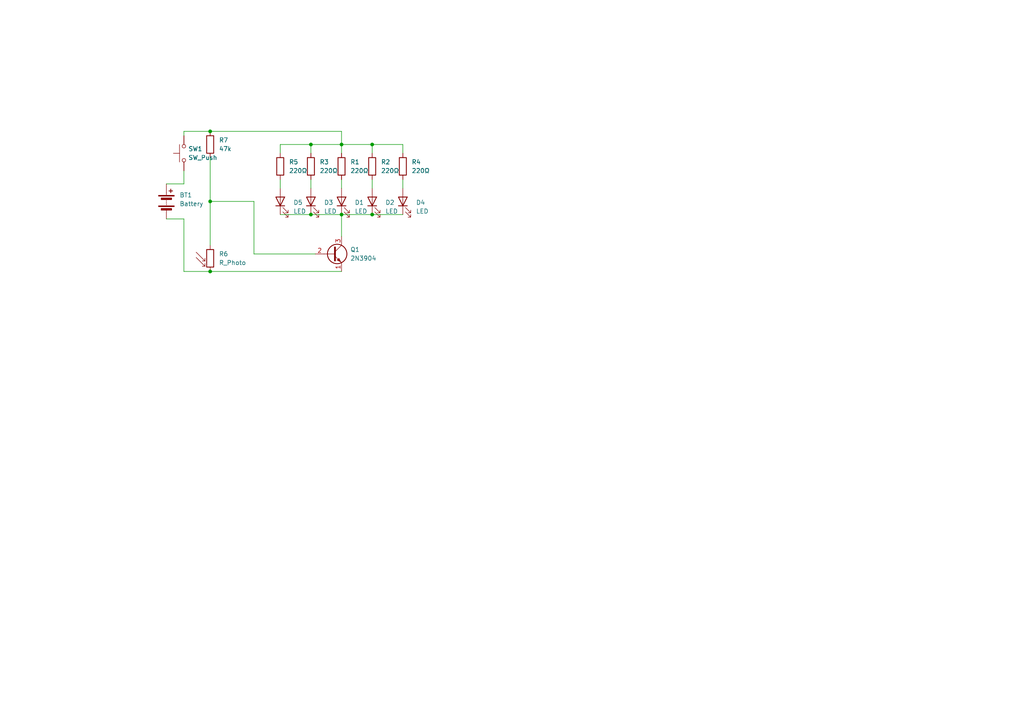
<source format=kicad_sch>
(kicad_sch
	(version 20250114)
	(generator "eeschema")
	(generator_version "9.0")
	(uuid "82f3f32f-3457-4082-965c-78b29eb15f2b")
	(paper "A4")
	(lib_symbols
		(symbol "Device:Battery"
			(pin_numbers
				(hide yes)
			)
			(pin_names
				(offset 0)
				(hide yes)
			)
			(exclude_from_sim no)
			(in_bom yes)
			(on_board yes)
			(property "Reference" "BT"
				(at 2.54 2.54 0)
				(effects
					(font
						(size 1.27 1.27)
					)
					(justify left)
				)
			)
			(property "Value" "Battery"
				(at 2.54 0 0)
				(effects
					(font
						(size 1.27 1.27)
					)
					(justify left)
				)
			)
			(property "Footprint" ""
				(at 0 1.524 90)
				(effects
					(font
						(size 1.27 1.27)
					)
					(hide yes)
				)
			)
			(property "Datasheet" "~"
				(at 0 1.524 90)
				(effects
					(font
						(size 1.27 1.27)
					)
					(hide yes)
				)
			)
			(property "Description" "Multiple-cell battery"
				(at 0 0 0)
				(effects
					(font
						(size 1.27 1.27)
					)
					(hide yes)
				)
			)
			(property "ki_keywords" "batt voltage-source cell"
				(at 0 0 0)
				(effects
					(font
						(size 1.27 1.27)
					)
					(hide yes)
				)
			)
			(symbol "Battery_0_1"
				(rectangle
					(start -2.286 1.778)
					(end 2.286 1.524)
					(stroke
						(width 0)
						(type default)
					)
					(fill
						(type outline)
					)
				)
				(rectangle
					(start -2.286 -1.27)
					(end 2.286 -1.524)
					(stroke
						(width 0)
						(type default)
					)
					(fill
						(type outline)
					)
				)
				(rectangle
					(start -1.524 1.016)
					(end 1.524 0.508)
					(stroke
						(width 0)
						(type default)
					)
					(fill
						(type outline)
					)
				)
				(rectangle
					(start -1.524 -2.032)
					(end 1.524 -2.54)
					(stroke
						(width 0)
						(type default)
					)
					(fill
						(type outline)
					)
				)
				(polyline
					(pts
						(xy 0 1.778) (xy 0 2.54)
					)
					(stroke
						(width 0)
						(type default)
					)
					(fill
						(type none)
					)
				)
				(polyline
					(pts
						(xy 0 0) (xy 0 0.254)
					)
					(stroke
						(width 0)
						(type default)
					)
					(fill
						(type none)
					)
				)
				(polyline
					(pts
						(xy 0 -0.508) (xy 0 -0.254)
					)
					(stroke
						(width 0)
						(type default)
					)
					(fill
						(type none)
					)
				)
				(polyline
					(pts
						(xy 0 -1.016) (xy 0 -0.762)
					)
					(stroke
						(width 0)
						(type default)
					)
					(fill
						(type none)
					)
				)
				(polyline
					(pts
						(xy 0.762 3.048) (xy 1.778 3.048)
					)
					(stroke
						(width 0.254)
						(type default)
					)
					(fill
						(type none)
					)
				)
				(polyline
					(pts
						(xy 1.27 3.556) (xy 1.27 2.54)
					)
					(stroke
						(width 0.254)
						(type default)
					)
					(fill
						(type none)
					)
				)
			)
			(symbol "Battery_1_1"
				(pin passive line
					(at 0 5.08 270)
					(length 2.54)
					(name "+"
						(effects
							(font
								(size 1.27 1.27)
							)
						)
					)
					(number "1"
						(effects
							(font
								(size 1.27 1.27)
							)
						)
					)
				)
				(pin passive line
					(at 0 -5.08 90)
					(length 2.54)
					(name "-"
						(effects
							(font
								(size 1.27 1.27)
							)
						)
					)
					(number "2"
						(effects
							(font
								(size 1.27 1.27)
							)
						)
					)
				)
			)
			(embedded_fonts no)
		)
		(symbol "Device:LED"
			(pin_numbers
				(hide yes)
			)
			(pin_names
				(offset 1.016)
				(hide yes)
			)
			(exclude_from_sim no)
			(in_bom yes)
			(on_board yes)
			(property "Reference" "D"
				(at 0 2.54 0)
				(effects
					(font
						(size 1.27 1.27)
					)
				)
			)
			(property "Value" "LED"
				(at 0 -2.54 0)
				(effects
					(font
						(size 1.27 1.27)
					)
				)
			)
			(property "Footprint" ""
				(at 0 0 0)
				(effects
					(font
						(size 1.27 1.27)
					)
					(hide yes)
				)
			)
			(property "Datasheet" "~"
				(at 0 0 0)
				(effects
					(font
						(size 1.27 1.27)
					)
					(hide yes)
				)
			)
			(property "Description" "Light emitting diode"
				(at 0 0 0)
				(effects
					(font
						(size 1.27 1.27)
					)
					(hide yes)
				)
			)
			(property "Sim.Pins" "1=K 2=A"
				(at 0 0 0)
				(effects
					(font
						(size 1.27 1.27)
					)
					(hide yes)
				)
			)
			(property "ki_keywords" "LED diode"
				(at 0 0 0)
				(effects
					(font
						(size 1.27 1.27)
					)
					(hide yes)
				)
			)
			(property "ki_fp_filters" "LED* LED_SMD:* LED_THT:*"
				(at 0 0 0)
				(effects
					(font
						(size 1.27 1.27)
					)
					(hide yes)
				)
			)
			(symbol "LED_0_1"
				(polyline
					(pts
						(xy -3.048 -0.762) (xy -4.572 -2.286) (xy -3.81 -2.286) (xy -4.572 -2.286) (xy -4.572 -1.524)
					)
					(stroke
						(width 0)
						(type default)
					)
					(fill
						(type none)
					)
				)
				(polyline
					(pts
						(xy -1.778 -0.762) (xy -3.302 -2.286) (xy -2.54 -2.286) (xy -3.302 -2.286) (xy -3.302 -1.524)
					)
					(stroke
						(width 0)
						(type default)
					)
					(fill
						(type none)
					)
				)
				(polyline
					(pts
						(xy -1.27 0) (xy 1.27 0)
					)
					(stroke
						(width 0)
						(type default)
					)
					(fill
						(type none)
					)
				)
				(polyline
					(pts
						(xy -1.27 -1.27) (xy -1.27 1.27)
					)
					(stroke
						(width 0.254)
						(type default)
					)
					(fill
						(type none)
					)
				)
				(polyline
					(pts
						(xy 1.27 -1.27) (xy 1.27 1.27) (xy -1.27 0) (xy 1.27 -1.27)
					)
					(stroke
						(width 0.254)
						(type default)
					)
					(fill
						(type none)
					)
				)
			)
			(symbol "LED_1_1"
				(pin passive line
					(at -3.81 0 0)
					(length 2.54)
					(name "K"
						(effects
							(font
								(size 1.27 1.27)
							)
						)
					)
					(number "1"
						(effects
							(font
								(size 1.27 1.27)
							)
						)
					)
				)
				(pin passive line
					(at 3.81 0 180)
					(length 2.54)
					(name "A"
						(effects
							(font
								(size 1.27 1.27)
							)
						)
					)
					(number "2"
						(effects
							(font
								(size 1.27 1.27)
							)
						)
					)
				)
			)
			(embedded_fonts no)
		)
		(symbol "Device:R"
			(pin_numbers
				(hide yes)
			)
			(pin_names
				(offset 0)
			)
			(exclude_from_sim no)
			(in_bom yes)
			(on_board yes)
			(property "Reference" "R"
				(at 2.032 0 90)
				(effects
					(font
						(size 1.27 1.27)
					)
				)
			)
			(property "Value" "R"
				(at 0 0 90)
				(effects
					(font
						(size 1.27 1.27)
					)
				)
			)
			(property "Footprint" ""
				(at -1.778 0 90)
				(effects
					(font
						(size 1.27 1.27)
					)
					(hide yes)
				)
			)
			(property "Datasheet" "~"
				(at 0 0 0)
				(effects
					(font
						(size 1.27 1.27)
					)
					(hide yes)
				)
			)
			(property "Description" "Resistor"
				(at 0 0 0)
				(effects
					(font
						(size 1.27 1.27)
					)
					(hide yes)
				)
			)
			(property "ki_keywords" "R res resistor"
				(at 0 0 0)
				(effects
					(font
						(size 1.27 1.27)
					)
					(hide yes)
				)
			)
			(property "ki_fp_filters" "R_*"
				(at 0 0 0)
				(effects
					(font
						(size 1.27 1.27)
					)
					(hide yes)
				)
			)
			(symbol "R_0_1"
				(rectangle
					(start -1.016 -2.54)
					(end 1.016 2.54)
					(stroke
						(width 0.254)
						(type default)
					)
					(fill
						(type none)
					)
				)
			)
			(symbol "R_1_1"
				(pin passive line
					(at 0 3.81 270)
					(length 1.27)
					(name "~"
						(effects
							(font
								(size 1.27 1.27)
							)
						)
					)
					(number "1"
						(effects
							(font
								(size 1.27 1.27)
							)
						)
					)
				)
				(pin passive line
					(at 0 -3.81 90)
					(length 1.27)
					(name "~"
						(effects
							(font
								(size 1.27 1.27)
							)
						)
					)
					(number "2"
						(effects
							(font
								(size 1.27 1.27)
							)
						)
					)
				)
			)
			(embedded_fonts no)
		)
		(symbol "Device:R_Photo"
			(pin_numbers
				(hide yes)
			)
			(pin_names
				(offset 0)
			)
			(exclude_from_sim no)
			(in_bom yes)
			(on_board yes)
			(property "Reference" "R"
				(at 1.27 1.27 0)
				(effects
					(font
						(size 1.27 1.27)
					)
					(justify left)
				)
			)
			(property "Value" "R_Photo"
				(at 1.27 0 0)
				(effects
					(font
						(size 1.27 1.27)
					)
					(justify left top)
				)
			)
			(property "Footprint" ""
				(at 1.27 -6.35 90)
				(effects
					(font
						(size 1.27 1.27)
					)
					(justify left)
					(hide yes)
				)
			)
			(property "Datasheet" "~"
				(at 0 -1.27 0)
				(effects
					(font
						(size 1.27 1.27)
					)
					(hide yes)
				)
			)
			(property "Description" "Photoresistor"
				(at 0 0 0)
				(effects
					(font
						(size 1.27 1.27)
					)
					(hide yes)
				)
			)
			(property "ki_keywords" "resistor variable light sensitive opto LDR"
				(at 0 0 0)
				(effects
					(font
						(size 1.27 1.27)
					)
					(hide yes)
				)
			)
			(property "ki_fp_filters" "*LDR* R?LDR*"
				(at 0 0 0)
				(effects
					(font
						(size 1.27 1.27)
					)
					(hide yes)
				)
			)
			(symbol "R_Photo_0_1"
				(polyline
					(pts
						(xy -1.524 -0.762) (xy -4.064 1.778)
					)
					(stroke
						(width 0)
						(type default)
					)
					(fill
						(type none)
					)
				)
				(polyline
					(pts
						(xy -1.524 -0.762) (xy -2.286 -0.762)
					)
					(stroke
						(width 0)
						(type default)
					)
					(fill
						(type none)
					)
				)
				(polyline
					(pts
						(xy -1.524 -0.762) (xy -1.524 0)
					)
					(stroke
						(width 0)
						(type default)
					)
					(fill
						(type none)
					)
				)
				(polyline
					(pts
						(xy -1.524 -2.286) (xy -4.064 0.254)
					)
					(stroke
						(width 0)
						(type default)
					)
					(fill
						(type none)
					)
				)
				(polyline
					(pts
						(xy -1.524 -2.286) (xy -2.286 -2.286)
					)
					(stroke
						(width 0)
						(type default)
					)
					(fill
						(type none)
					)
				)
				(polyline
					(pts
						(xy -1.524 -2.286) (xy -1.524 -1.524)
					)
					(stroke
						(width 0)
						(type default)
					)
					(fill
						(type none)
					)
				)
				(rectangle
					(start -1.016 2.54)
					(end 1.016 -2.54)
					(stroke
						(width 0.254)
						(type default)
					)
					(fill
						(type none)
					)
				)
			)
			(symbol "R_Photo_1_1"
				(pin passive line
					(at 0 3.81 270)
					(length 1.27)
					(name "~"
						(effects
							(font
								(size 1.27 1.27)
							)
						)
					)
					(number "1"
						(effects
							(font
								(size 1.27 1.27)
							)
						)
					)
				)
				(pin passive line
					(at 0 -3.81 90)
					(length 1.27)
					(name "~"
						(effects
							(font
								(size 1.27 1.27)
							)
						)
					)
					(number "2"
						(effects
							(font
								(size 1.27 1.27)
							)
						)
					)
				)
			)
			(embedded_fonts no)
		)
		(symbol "Switch:SW_Push"
			(pin_numbers
				(hide yes)
			)
			(pin_names
				(offset 1.016)
				(hide yes)
			)
			(exclude_from_sim no)
			(in_bom yes)
			(on_board yes)
			(property "Reference" "SW"
				(at 1.27 2.54 0)
				(effects
					(font
						(size 1.27 1.27)
					)
					(justify left)
				)
			)
			(property "Value" "SW_Push"
				(at 0 -1.524 0)
				(effects
					(font
						(size 1.27 1.27)
					)
				)
			)
			(property "Footprint" ""
				(at 0 5.08 0)
				(effects
					(font
						(size 1.27 1.27)
					)
					(hide yes)
				)
			)
			(property "Datasheet" "~"
				(at 0 5.08 0)
				(effects
					(font
						(size 1.27 1.27)
					)
					(hide yes)
				)
			)
			(property "Description" "Push button switch, generic, two pins"
				(at 0 0 0)
				(effects
					(font
						(size 1.27 1.27)
					)
					(hide yes)
				)
			)
			(property "ki_keywords" "switch normally-open pushbutton push-button"
				(at 0 0 0)
				(effects
					(font
						(size 1.27 1.27)
					)
					(hide yes)
				)
			)
			(symbol "SW_Push_0_1"
				(circle
					(center -2.032 0)
					(radius 0.508)
					(stroke
						(width 0)
						(type default)
					)
					(fill
						(type none)
					)
				)
				(polyline
					(pts
						(xy 0 1.27) (xy 0 3.048)
					)
					(stroke
						(width 0)
						(type default)
					)
					(fill
						(type none)
					)
				)
				(circle
					(center 2.032 0)
					(radius 0.508)
					(stroke
						(width 0)
						(type default)
					)
					(fill
						(type none)
					)
				)
				(polyline
					(pts
						(xy 2.54 1.27) (xy -2.54 1.27)
					)
					(stroke
						(width 0)
						(type default)
					)
					(fill
						(type none)
					)
				)
				(pin passive line
					(at -5.08 0 0)
					(length 2.54)
					(name "1"
						(effects
							(font
								(size 1.27 1.27)
							)
						)
					)
					(number "1"
						(effects
							(font
								(size 1.27 1.27)
							)
						)
					)
				)
				(pin passive line
					(at 5.08 0 180)
					(length 2.54)
					(name "2"
						(effects
							(font
								(size 1.27 1.27)
							)
						)
					)
					(number "2"
						(effects
							(font
								(size 1.27 1.27)
							)
						)
					)
				)
			)
			(embedded_fonts no)
		)
		(symbol "Transistor_BJT:2N3904"
			(pin_names
				(offset 0)
				(hide yes)
			)
			(exclude_from_sim no)
			(in_bom yes)
			(on_board yes)
			(property "Reference" "Q"
				(at 5.08 1.905 0)
				(effects
					(font
						(size 1.27 1.27)
					)
					(justify left)
				)
			)
			(property "Value" "2N3904"
				(at 5.08 0 0)
				(effects
					(font
						(size 1.27 1.27)
					)
					(justify left)
				)
			)
			(property "Footprint" "Package_TO_SOT_THT:TO-92_Inline"
				(at 5.08 -1.905 0)
				(effects
					(font
						(size 1.27 1.27)
						(italic yes)
					)
					(justify left)
					(hide yes)
				)
			)
			(property "Datasheet" "https://www.onsemi.com/pub/Collateral/2N3903-D.PDF"
				(at 0 0 0)
				(effects
					(font
						(size 1.27 1.27)
					)
					(justify left)
					(hide yes)
				)
			)
			(property "Description" "0.2A Ic, 40V Vce, Small Signal NPN Transistor, TO-92"
				(at 0 0 0)
				(effects
					(font
						(size 1.27 1.27)
					)
					(hide yes)
				)
			)
			(property "ki_keywords" "NPN Transistor"
				(at 0 0 0)
				(effects
					(font
						(size 1.27 1.27)
					)
					(hide yes)
				)
			)
			(property "ki_fp_filters" "TO?92*"
				(at 0 0 0)
				(effects
					(font
						(size 1.27 1.27)
					)
					(hide yes)
				)
			)
			(symbol "2N3904_0_1"
				(polyline
					(pts
						(xy -2.54 0) (xy 0.635 0)
					)
					(stroke
						(width 0)
						(type default)
					)
					(fill
						(type none)
					)
				)
				(polyline
					(pts
						(xy 0.635 1.905) (xy 0.635 -1.905)
					)
					(stroke
						(width 0.508)
						(type default)
					)
					(fill
						(type none)
					)
				)
				(circle
					(center 1.27 0)
					(radius 2.8194)
					(stroke
						(width 0.254)
						(type default)
					)
					(fill
						(type none)
					)
				)
			)
			(symbol "2N3904_1_1"
				(polyline
					(pts
						(xy 0.635 0.635) (xy 2.54 2.54)
					)
					(stroke
						(width 0)
						(type default)
					)
					(fill
						(type none)
					)
				)
				(polyline
					(pts
						(xy 0.635 -0.635) (xy 2.54 -2.54)
					)
					(stroke
						(width 0)
						(type default)
					)
					(fill
						(type none)
					)
				)
				(polyline
					(pts
						(xy 1.27 -1.778) (xy 1.778 -1.27) (xy 2.286 -2.286) (xy 1.27 -1.778)
					)
					(stroke
						(width 0)
						(type default)
					)
					(fill
						(type outline)
					)
				)
				(pin input line
					(at -5.08 0 0)
					(length 2.54)
					(name "B"
						(effects
							(font
								(size 1.27 1.27)
							)
						)
					)
					(number "2"
						(effects
							(font
								(size 1.27 1.27)
							)
						)
					)
				)
				(pin passive line
					(at 2.54 5.08 270)
					(length 2.54)
					(name "C"
						(effects
							(font
								(size 1.27 1.27)
							)
						)
					)
					(number "3"
						(effects
							(font
								(size 1.27 1.27)
							)
						)
					)
				)
				(pin passive line
					(at 2.54 -5.08 90)
					(length 2.54)
					(name "E"
						(effects
							(font
								(size 1.27 1.27)
							)
						)
					)
					(number "1"
						(effects
							(font
								(size 1.27 1.27)
							)
						)
					)
				)
			)
			(embedded_fonts no)
		)
	)
	(junction
		(at 99.06 41.91)
		(diameter 0)
		(color 0 0 0 0)
		(uuid "05b1462a-9116-4cc0-8c59-363f5127da6b")
	)
	(junction
		(at 90.17 41.91)
		(diameter 0)
		(color 0 0 0 0)
		(uuid "16fa3cb9-02e7-468e-b891-6e9031fd4830")
	)
	(junction
		(at 99.06 62.23)
		(diameter 0)
		(color 0 0 0 0)
		(uuid "777d060d-a49d-42a8-a904-fc8873c2d1e7")
	)
	(junction
		(at 107.95 62.23)
		(diameter 0)
		(color 0 0 0 0)
		(uuid "799bf6de-dfac-4a97-8fb1-37f6708b1cc3")
	)
	(junction
		(at 90.17 62.23)
		(diameter 0)
		(color 0 0 0 0)
		(uuid "847c4007-78fb-428d-9f43-81d258b71c2e")
	)
	(junction
		(at 60.96 58.42)
		(diameter 0)
		(color 0 0 0 0)
		(uuid "8e2d28d9-ba69-4ffa-8401-fdec875b17ab")
	)
	(junction
		(at 60.96 78.74)
		(diameter 0)
		(color 0 0 0 0)
		(uuid "8e8ba18a-132f-4639-aaee-6fa03f376bff")
	)
	(junction
		(at 60.96 38.1)
		(diameter 0)
		(color 0 0 0 0)
		(uuid "8efe9e35-7320-4f08-80cc-31f55dff55d8")
	)
	(junction
		(at 107.95 41.91)
		(diameter 0)
		(color 0 0 0 0)
		(uuid "c6683571-9162-4ad8-aab0-0f97dae8cb89")
	)
	(wire
		(pts
			(xy 99.06 62.23) (xy 99.06 68.58)
		)
		(stroke
			(width 0)
			(type default)
		)
		(uuid "002107a9-2f17-4b5c-b209-b9f59bc8be08")
	)
	(wire
		(pts
			(xy 60.96 78.74) (xy 99.06 78.74)
		)
		(stroke
			(width 0)
			(type default)
		)
		(uuid "0222191c-8aa6-4aa5-8070-e817c5444c0b")
	)
	(wire
		(pts
			(xy 60.96 58.42) (xy 73.66 58.42)
		)
		(stroke
			(width 0)
			(type default)
		)
		(uuid "0223fe2e-dfb8-4a27-af6f-723e3298750b")
	)
	(wire
		(pts
			(xy 73.66 73.66) (xy 91.44 73.66)
		)
		(stroke
			(width 0)
			(type default)
		)
		(uuid "050ca04b-6e8e-483f-b3db-9e06b02142fb")
	)
	(wire
		(pts
			(xy 90.17 62.23) (xy 99.06 62.23)
		)
		(stroke
			(width 0)
			(type default)
		)
		(uuid "05c2bd36-c165-4d29-89ea-ed09c6cb0764")
	)
	(wire
		(pts
			(xy 48.26 63.5) (xy 53.34 63.5)
		)
		(stroke
			(width 0)
			(type default)
		)
		(uuid "07709790-20f0-494f-8527-c979ee9ae24e")
	)
	(wire
		(pts
			(xy 99.06 41.91) (xy 107.95 41.91)
		)
		(stroke
			(width 0)
			(type default)
		)
		(uuid "1a837ff0-1f36-4c64-900b-d40a510c827b")
	)
	(wire
		(pts
			(xy 81.28 41.91) (xy 90.17 41.91)
		)
		(stroke
			(width 0)
			(type default)
		)
		(uuid "24083581-4fae-4d50-90e5-ce369e345ee6")
	)
	(wire
		(pts
			(xy 53.34 63.5) (xy 53.34 78.74)
		)
		(stroke
			(width 0)
			(type default)
		)
		(uuid "273b38a6-f230-4b13-9b6e-f35310f65306")
	)
	(wire
		(pts
			(xy 53.34 38.1) (xy 60.96 38.1)
		)
		(stroke
			(width 0)
			(type default)
		)
		(uuid "2ca8bc92-b097-4768-b8d7-fe531b7917df")
	)
	(wire
		(pts
			(xy 107.95 62.23) (xy 116.84 62.23)
		)
		(stroke
			(width 0)
			(type default)
		)
		(uuid "2e939e70-9c1f-4ea5-89b5-9748859d8723")
	)
	(wire
		(pts
			(xy 99.06 62.23) (xy 107.95 62.23)
		)
		(stroke
			(width 0)
			(type default)
		)
		(uuid "3e3be27b-a150-4328-930f-3f01ced50eac")
	)
	(wire
		(pts
			(xy 99.06 44.45) (xy 99.06 41.91)
		)
		(stroke
			(width 0)
			(type default)
		)
		(uuid "40c9b37e-5db9-4f8a-8dd6-6d10f20cc978")
	)
	(wire
		(pts
			(xy 81.28 62.23) (xy 90.17 62.23)
		)
		(stroke
			(width 0)
			(type default)
		)
		(uuid "42a20d2a-c9ba-499e-a12c-53268a6785bc")
	)
	(wire
		(pts
			(xy 60.96 45.72) (xy 60.96 58.42)
		)
		(stroke
			(width 0)
			(type default)
		)
		(uuid "4321a803-d20e-4709-be5b-f936fa236f40")
	)
	(wire
		(pts
			(xy 107.95 52.07) (xy 107.95 54.61)
		)
		(stroke
			(width 0)
			(type default)
		)
		(uuid "44054f53-d8b6-45fd-b3e4-a4608829ef50")
	)
	(wire
		(pts
			(xy 90.17 52.07) (xy 90.17 54.61)
		)
		(stroke
			(width 0)
			(type default)
		)
		(uuid "4dd85bbe-ebb5-4d72-a3ca-76236ed95281")
	)
	(wire
		(pts
			(xy 53.34 78.74) (xy 60.96 78.74)
		)
		(stroke
			(width 0)
			(type default)
		)
		(uuid "569760d5-df16-440b-9e06-acb34413acc5")
	)
	(wire
		(pts
			(xy 53.34 39.37) (xy 53.34 38.1)
		)
		(stroke
			(width 0)
			(type default)
		)
		(uuid "5af9ac1c-15da-447d-8d23-0367a7e3449d")
	)
	(wire
		(pts
			(xy 81.28 52.07) (xy 81.28 54.61)
		)
		(stroke
			(width 0)
			(type default)
		)
		(uuid "78cce6ef-9a9e-452d-83c6-a984f90426a3")
	)
	(wire
		(pts
			(xy 116.84 44.45) (xy 116.84 41.91)
		)
		(stroke
			(width 0)
			(type default)
		)
		(uuid "7af0f335-2191-4327-b1c2-d638d231f70b")
	)
	(wire
		(pts
			(xy 107.95 44.45) (xy 107.95 41.91)
		)
		(stroke
			(width 0)
			(type default)
		)
		(uuid "a2fe5b6f-835a-404c-ab1b-d49a60bf4fc0")
	)
	(wire
		(pts
			(xy 99.06 38.1) (xy 99.06 41.91)
		)
		(stroke
			(width 0)
			(type default)
		)
		(uuid "a5b1b09d-7353-402a-96e3-065a51eebcd8")
	)
	(wire
		(pts
			(xy 90.17 44.45) (xy 90.17 41.91)
		)
		(stroke
			(width 0)
			(type default)
		)
		(uuid "a9021502-6374-4fab-a1ec-9179e01aceaf")
	)
	(wire
		(pts
			(xy 90.17 41.91) (xy 99.06 41.91)
		)
		(stroke
			(width 0)
			(type default)
		)
		(uuid "b08f6c46-c4fd-4f60-9f86-d70e8787de94")
	)
	(wire
		(pts
			(xy 48.26 53.34) (xy 53.34 53.34)
		)
		(stroke
			(width 0)
			(type default)
		)
		(uuid "c28a3f1d-2249-4eab-973f-90c4961f07a2")
	)
	(wire
		(pts
			(xy 60.96 58.42) (xy 60.96 71.12)
		)
		(stroke
			(width 0)
			(type default)
		)
		(uuid "c2a2640c-e032-4a74-ae76-6e74d23fb371")
	)
	(wire
		(pts
			(xy 116.84 41.91) (xy 107.95 41.91)
		)
		(stroke
			(width 0)
			(type default)
		)
		(uuid "d57414e6-d742-4ee4-9ae3-18e048e218aa")
	)
	(wire
		(pts
			(xy 53.34 53.34) (xy 53.34 49.53)
		)
		(stroke
			(width 0)
			(type default)
		)
		(uuid "d5ef28b0-d734-46fb-a73f-9ecfe6fed7e3")
	)
	(wire
		(pts
			(xy 99.06 38.1) (xy 60.96 38.1)
		)
		(stroke
			(width 0)
			(type default)
		)
		(uuid "d8482bf3-7a86-4ddc-a408-fb3fe79312cf")
	)
	(wire
		(pts
			(xy 99.06 52.07) (xy 99.06 54.61)
		)
		(stroke
			(width 0)
			(type default)
		)
		(uuid "db9bb751-2c67-4c00-8b0e-c3d9150d983c")
	)
	(wire
		(pts
			(xy 81.28 41.91) (xy 81.28 44.45)
		)
		(stroke
			(width 0)
			(type default)
		)
		(uuid "dcf03e99-8e8c-4b54-ad98-a75222d038b8")
	)
	(wire
		(pts
			(xy 73.66 58.42) (xy 73.66 73.66)
		)
		(stroke
			(width 0)
			(type default)
		)
		(uuid "e06934a4-2dfd-4658-97e1-c6f72a94dfef")
	)
	(wire
		(pts
			(xy 116.84 52.07) (xy 116.84 54.61)
		)
		(stroke
			(width 0)
			(type default)
		)
		(uuid "e23644e3-2059-4ed1-882a-57e71081aa80")
	)
	(symbol
		(lib_id "Device:LED")
		(at 90.17 58.42 90)
		(unit 1)
		(exclude_from_sim no)
		(in_bom yes)
		(on_board yes)
		(dnp no)
		(fields_autoplaced yes)
		(uuid "03ae1443-630a-4048-a651-47e6d3f5d9ac")
		(property "Reference" "D3"
			(at 93.98 58.7374 90)
			(effects
				(font
					(size 1.27 1.27)
				)
				(justify right)
			)
		)
		(property "Value" "LED"
			(at 93.98 61.2774 90)
			(effects
				(font
					(size 1.27 1.27)
				)
				(justify right)
			)
		)
		(property "Footprint" "LED_THT:LED_D5.0mm"
			(at 90.17 58.42 0)
			(effects
				(font
					(size 1.27 1.27)
				)
				(hide yes)
			)
		)
		(property "Datasheet" "~"
			(at 90.17 58.42 0)
			(effects
				(font
					(size 1.27 1.27)
				)
				(hide yes)
			)
		)
		(property "Description" "Light emitting diode"
			(at 90.17 58.42 0)
			(effects
				(font
					(size 1.27 1.27)
				)
				(hide yes)
			)
		)
		(property "Sim.Pins" "1=K 2=A"
			(at 90.17 58.42 0)
			(effects
				(font
					(size 1.27 1.27)
				)
				(hide yes)
			)
		)
		(pin "1"
			(uuid "e2ca8bbf-64bc-4cf2-8e73-16f4a1be8576")
		)
		(pin "2"
			(uuid "bcc57396-367f-41d8-b63c-c2b81c8a9880")
		)
		(instances
			(project "Automatic Night Light"
				(path "/82f3f32f-3457-4082-965c-78b29eb15f2b"
					(reference "D3")
					(unit 1)
				)
			)
		)
	)
	(symbol
		(lib_id "Device:LED")
		(at 116.84 58.42 90)
		(unit 1)
		(exclude_from_sim no)
		(in_bom yes)
		(on_board yes)
		(dnp no)
		(fields_autoplaced yes)
		(uuid "199c966f-997a-48bc-be34-ff0f3b191ab2")
		(property "Reference" "D4"
			(at 120.65 58.7374 90)
			(effects
				(font
					(size 1.27 1.27)
				)
				(justify right)
			)
		)
		(property "Value" "LED"
			(at 120.65 61.2774 90)
			(effects
				(font
					(size 1.27 1.27)
				)
				(justify right)
			)
		)
		(property "Footprint" "LED_THT:LED_D5.0mm"
			(at 116.84 58.42 0)
			(effects
				(font
					(size 1.27 1.27)
				)
				(hide yes)
			)
		)
		(property "Datasheet" "~"
			(at 116.84 58.42 0)
			(effects
				(font
					(size 1.27 1.27)
				)
				(hide yes)
			)
		)
		(property "Description" "Light emitting diode"
			(at 116.84 58.42 0)
			(effects
				(font
					(size 1.27 1.27)
				)
				(hide yes)
			)
		)
		(property "Sim.Pins" "1=K 2=A"
			(at 116.84 58.42 0)
			(effects
				(font
					(size 1.27 1.27)
				)
				(hide yes)
			)
		)
		(pin "1"
			(uuid "711ffef2-2996-41d2-910f-d6f1e0d8aff4")
		)
		(pin "2"
			(uuid "476be4bb-be56-47e5-9142-7f100d79fe5e")
		)
		(instances
			(project "Automatic Night Light"
				(path "/82f3f32f-3457-4082-965c-78b29eb15f2b"
					(reference "D4")
					(unit 1)
				)
			)
		)
	)
	(symbol
		(lib_id "Device:R")
		(at 116.84 48.26 180)
		(unit 1)
		(exclude_from_sim no)
		(in_bom yes)
		(on_board yes)
		(dnp no)
		(fields_autoplaced yes)
		(uuid "213da658-5ad0-48d4-b117-82aad42cd223")
		(property "Reference" "R4"
			(at 119.38 46.9899 0)
			(effects
				(font
					(size 1.27 1.27)
				)
				(justify right)
			)
		)
		(property "Value" "220Ω"
			(at 119.38 49.5299 0)
			(effects
				(font
					(size 1.27 1.27)
				)
				(justify right)
			)
		)
		(property "Footprint" "Resistor_THT:R_Axial_DIN0207_L6.3mm_D2.5mm_P7.62mm_Horizontal"
			(at 118.618 48.26 90)
			(effects
				(font
					(size 1.27 1.27)
				)
				(hide yes)
			)
		)
		(property "Datasheet" "~"
			(at 116.84 48.26 0)
			(effects
				(font
					(size 1.27 1.27)
				)
				(hide yes)
			)
		)
		(property "Description" "Resistor"
			(at 116.84 48.26 0)
			(effects
				(font
					(size 1.27 1.27)
				)
				(hide yes)
			)
		)
		(pin "2"
			(uuid "6aaf445e-2a26-4a7e-bdec-f763934ae03f")
		)
		(pin "1"
			(uuid "b5fddfc3-9a6a-4796-b528-9bb3fbf8c56b")
		)
		(instances
			(project "Automatic Night Light"
				(path "/82f3f32f-3457-4082-965c-78b29eb15f2b"
					(reference "R4")
					(unit 1)
				)
			)
		)
	)
	(symbol
		(lib_id "Device:LED")
		(at 81.28 58.42 90)
		(unit 1)
		(exclude_from_sim no)
		(in_bom yes)
		(on_board yes)
		(dnp no)
		(fields_autoplaced yes)
		(uuid "222572da-c67c-4dfc-b2e6-dcb832f7508e")
		(property "Reference" "D5"
			(at 85.09 58.7374 90)
			(effects
				(font
					(size 1.27 1.27)
				)
				(justify right)
			)
		)
		(property "Value" "LED"
			(at 85.09 61.2774 90)
			(effects
				(font
					(size 1.27 1.27)
				)
				(justify right)
			)
		)
		(property "Footprint" "LED_THT:LED_D5.0mm"
			(at 81.28 58.42 0)
			(effects
				(font
					(size 1.27 1.27)
				)
				(hide yes)
			)
		)
		(property "Datasheet" "~"
			(at 81.28 58.42 0)
			(effects
				(font
					(size 1.27 1.27)
				)
				(hide yes)
			)
		)
		(property "Description" "Light emitting diode"
			(at 81.28 58.42 0)
			(effects
				(font
					(size 1.27 1.27)
				)
				(hide yes)
			)
		)
		(property "Sim.Pins" "1=K 2=A"
			(at 81.28 58.42 0)
			(effects
				(font
					(size 1.27 1.27)
				)
				(hide yes)
			)
		)
		(pin "1"
			(uuid "b7fec2b7-52e0-4d79-b5b4-d385ee94635a")
		)
		(pin "2"
			(uuid "570fcbd2-c2ee-418d-840c-20271986ccad")
		)
		(instances
			(project "Automatic Night Light"
				(path "/82f3f32f-3457-4082-965c-78b29eb15f2b"
					(reference "D5")
					(unit 1)
				)
			)
		)
	)
	(symbol
		(lib_id "Device:LED")
		(at 107.95 58.42 90)
		(unit 1)
		(exclude_from_sim no)
		(in_bom yes)
		(on_board yes)
		(dnp no)
		(fields_autoplaced yes)
		(uuid "3bd8c840-fed5-436d-85f1-d022569fead7")
		(property "Reference" "D2"
			(at 111.76 58.7374 90)
			(effects
				(font
					(size 1.27 1.27)
				)
				(justify right)
			)
		)
		(property "Value" "LED"
			(at 111.76 61.2774 90)
			(effects
				(font
					(size 1.27 1.27)
				)
				(justify right)
			)
		)
		(property "Footprint" "LED_THT:LED_D5.0mm"
			(at 107.95 58.42 0)
			(effects
				(font
					(size 1.27 1.27)
				)
				(hide yes)
			)
		)
		(property "Datasheet" "~"
			(at 107.95 58.42 0)
			(effects
				(font
					(size 1.27 1.27)
				)
				(hide yes)
			)
		)
		(property "Description" "Light emitting diode"
			(at 107.95 58.42 0)
			(effects
				(font
					(size 1.27 1.27)
				)
				(hide yes)
			)
		)
		(property "Sim.Pins" "1=K 2=A"
			(at 107.95 58.42 0)
			(effects
				(font
					(size 1.27 1.27)
				)
				(hide yes)
			)
		)
		(pin "1"
			(uuid "728d7bcb-20c3-4a73-a744-9d78789da827")
		)
		(pin "2"
			(uuid "ecf07b4c-e901-4085-ac97-9e75310837b9")
		)
		(instances
			(project "Automatic Night Light"
				(path "/82f3f32f-3457-4082-965c-78b29eb15f2b"
					(reference "D2")
					(unit 1)
				)
			)
		)
	)
	(symbol
		(lib_id "Device:R")
		(at 60.96 41.91 0)
		(unit 1)
		(exclude_from_sim no)
		(in_bom yes)
		(on_board yes)
		(dnp no)
		(fields_autoplaced yes)
		(uuid "4bd565bb-fdd8-4c9d-850d-853c30f20bbe")
		(property "Reference" "R7"
			(at 63.5 40.6399 0)
			(effects
				(font
					(size 1.27 1.27)
				)
				(justify left)
			)
		)
		(property "Value" "47k"
			(at 63.5 43.1799 0)
			(effects
				(font
					(size 1.27 1.27)
				)
				(justify left)
			)
		)
		(property "Footprint" "Resistor_THT:R_Axial_DIN0207_L6.3mm_D2.5mm_P7.62mm_Horizontal"
			(at 59.182 41.91 90)
			(effects
				(font
					(size 1.27 1.27)
				)
				(hide yes)
			)
		)
		(property "Datasheet" "~"
			(at 60.96 41.91 0)
			(effects
				(font
					(size 1.27 1.27)
				)
				(hide yes)
			)
		)
		(property "Description" "Resistor"
			(at 60.96 41.91 0)
			(effects
				(font
					(size 1.27 1.27)
				)
				(hide yes)
			)
		)
		(pin "2"
			(uuid "8a3344b7-9662-44c3-ad8c-4463869afb66")
		)
		(pin "1"
			(uuid "f261e741-7bc5-493b-8d21-b83fc819ec10")
		)
		(instances
			(project "Automatic Night Light"
				(path "/82f3f32f-3457-4082-965c-78b29eb15f2b"
					(reference "R7")
					(unit 1)
				)
			)
		)
	)
	(symbol
		(lib_id "Device:Battery")
		(at 48.26 58.42 0)
		(unit 1)
		(exclude_from_sim no)
		(in_bom yes)
		(on_board yes)
		(dnp no)
		(fields_autoplaced yes)
		(uuid "5c708da7-f2f0-471b-9efe-db027b5ecbf4")
		(property "Reference" "BT1"
			(at 52.07 56.5784 0)
			(effects
				(font
					(size 1.27 1.27)
				)
				(justify left)
			)
		)
		(property "Value" "Battery"
			(at 52.07 59.1184 0)
			(effects
				(font
					(size 1.27 1.27)
				)
				(justify left)
			)
		)
		(property "Footprint" "Battery:BatteryHolder_Keystone_3034_1x20mm"
			(at 48.26 56.896 90)
			(effects
				(font
					(size 1.27 1.27)
				)
				(hide yes)
			)
		)
		(property "Datasheet" "~"
			(at 48.26 56.896 90)
			(effects
				(font
					(size 1.27 1.27)
				)
				(hide yes)
			)
		)
		(property "Description" "Multiple-cell battery"
			(at 48.26 58.42 0)
			(effects
				(font
					(size 1.27 1.27)
				)
				(hide yes)
			)
		)
		(pin "2"
			(uuid "bca320ed-8381-4f1d-94fc-cef702945baa")
		)
		(pin "1"
			(uuid "829f4cb8-095c-4366-bf6b-98672aa9078d")
		)
		(instances
			(project "Automatic Night Light"
				(path "/82f3f32f-3457-4082-965c-78b29eb15f2b"
					(reference "BT1")
					(unit 1)
				)
			)
		)
	)
	(symbol
		(lib_id "Device:LED")
		(at 99.06 58.42 90)
		(unit 1)
		(exclude_from_sim no)
		(in_bom yes)
		(on_board yes)
		(dnp no)
		(fields_autoplaced yes)
		(uuid "77946797-6989-4371-9e27-1c09f9bc9a30")
		(property "Reference" "D1"
			(at 102.87 58.7374 90)
			(effects
				(font
					(size 1.27 1.27)
				)
				(justify right)
			)
		)
		(property "Value" "LED"
			(at 102.87 61.2774 90)
			(effects
				(font
					(size 1.27 1.27)
				)
				(justify right)
			)
		)
		(property "Footprint" "LED_THT:LED_D5.0mm"
			(at 99.06 58.42 0)
			(effects
				(font
					(size 1.27 1.27)
				)
				(hide yes)
			)
		)
		(property "Datasheet" "~"
			(at 99.06 58.42 0)
			(effects
				(font
					(size 1.27 1.27)
				)
				(hide yes)
			)
		)
		(property "Description" "Light emitting diode"
			(at 99.06 58.42 0)
			(effects
				(font
					(size 1.27 1.27)
				)
				(hide yes)
			)
		)
		(property "Sim.Pins" "1=K 2=A"
			(at 99.06 58.42 0)
			(effects
				(font
					(size 1.27 1.27)
				)
				(hide yes)
			)
		)
		(pin "1"
			(uuid "0c43bde4-0df8-4965-8e17-2e48c10b7fc2")
		)
		(pin "2"
			(uuid "b80b2385-5129-445e-a418-1eee5b25ea7e")
		)
		(instances
			(project "Automatic Night Light"
				(path "/82f3f32f-3457-4082-965c-78b29eb15f2b"
					(reference "D1")
					(unit 1)
				)
			)
		)
	)
	(symbol
		(lib_id "Switch:SW_Push")
		(at 53.34 44.45 90)
		(unit 1)
		(exclude_from_sim no)
		(in_bom yes)
		(on_board yes)
		(dnp no)
		(fields_autoplaced yes)
		(uuid "940d9924-5c25-4cd0-b48e-4bb55acaed37")
		(property "Reference" "SW1"
			(at 54.61 43.1799 90)
			(effects
				(font
					(size 1.27 1.27)
				)
				(justify right)
			)
		)
		(property "Value" "SW_Push"
			(at 54.61 45.7199 90)
			(effects
				(font
					(size 1.27 1.27)
				)
				(justify right)
			)
		)
		(property "Footprint" "Button_Switch_THT:SW_PUSH_6mm"
			(at 48.26 44.45 0)
			(effects
				(font
					(size 1.27 1.27)
				)
				(hide yes)
			)
		)
		(property "Datasheet" "~"
			(at 48.26 44.45 0)
			(effects
				(font
					(size 1.27 1.27)
				)
				(hide yes)
			)
		)
		(property "Description" "Push button switch, generic, two pins"
			(at 53.34 44.45 0)
			(effects
				(font
					(size 1.27 1.27)
				)
				(hide yes)
			)
		)
		(pin "1"
			(uuid "36e07668-666a-4b7d-898a-1479cc4c1224")
		)
		(pin "2"
			(uuid "97b647c9-be7a-459b-9586-a19c03144d93")
		)
		(instances
			(project "Automatic Night Light"
				(path "/82f3f32f-3457-4082-965c-78b29eb15f2b"
					(reference "SW1")
					(unit 1)
				)
			)
		)
	)
	(symbol
		(lib_id "Device:R")
		(at 99.06 48.26 180)
		(unit 1)
		(exclude_from_sim no)
		(in_bom yes)
		(on_board yes)
		(dnp no)
		(fields_autoplaced yes)
		(uuid "9c313698-e45b-43f8-87e5-6ec9c724fd6d")
		(property "Reference" "R1"
			(at 101.6 46.9899 0)
			(effects
				(font
					(size 1.27 1.27)
				)
				(justify right)
			)
		)
		(property "Value" "220Ω"
			(at 101.6 49.5299 0)
			(effects
				(font
					(size 1.27 1.27)
				)
				(justify right)
			)
		)
		(property "Footprint" "Resistor_THT:R_Axial_DIN0207_L6.3mm_D2.5mm_P7.62mm_Horizontal"
			(at 100.838 48.26 90)
			(effects
				(font
					(size 1.27 1.27)
				)
				(hide yes)
			)
		)
		(property "Datasheet" "~"
			(at 99.06 48.26 0)
			(effects
				(font
					(size 1.27 1.27)
				)
				(hide yes)
			)
		)
		(property "Description" "Resistor"
			(at 99.06 48.26 0)
			(effects
				(font
					(size 1.27 1.27)
				)
				(hide yes)
			)
		)
		(pin "2"
			(uuid "b6954bda-7549-4e56-a5b2-accfd7f9f948")
		)
		(pin "1"
			(uuid "8b6885ac-2c40-4cf9-913a-08d34bc9def8")
		)
		(instances
			(project "Automatic Night Light"
				(path "/82f3f32f-3457-4082-965c-78b29eb15f2b"
					(reference "R1")
					(unit 1)
				)
			)
		)
	)
	(symbol
		(lib_id "Device:R_Photo")
		(at 60.96 74.93 0)
		(unit 1)
		(exclude_from_sim no)
		(in_bom yes)
		(on_board yes)
		(dnp no)
		(fields_autoplaced yes)
		(uuid "a30ec7dd-c459-4ed6-9e16-3b751bbfb66e")
		(property "Reference" "R6"
			(at 63.5 73.6599 0)
			(effects
				(font
					(size 1.27 1.27)
				)
				(justify left)
			)
		)
		(property "Value" "R_Photo"
			(at 63.5 76.1999 0)
			(effects
				(font
					(size 1.27 1.27)
				)
				(justify left)
			)
		)
		(property "Footprint" "OptoDevice:R_LDR_7x6mm_P5.1mm_Vertical"
			(at 62.23 81.28 90)
			(effects
				(font
					(size 1.27 1.27)
				)
				(justify left)
				(hide yes)
			)
		)
		(property "Datasheet" "~"
			(at 60.96 76.2 0)
			(effects
				(font
					(size 1.27 1.27)
				)
				(hide yes)
			)
		)
		(property "Description" "Photoresistor"
			(at 60.96 74.93 0)
			(effects
				(font
					(size 1.27 1.27)
				)
				(hide yes)
			)
		)
		(pin "1"
			(uuid "d1e32d21-fd24-4cd4-b0b2-dada14210973")
		)
		(pin "2"
			(uuid "145464c6-b2b5-4888-bd88-1a6e6311be7c")
		)
		(instances
			(project "Automatic Night Light"
				(path "/82f3f32f-3457-4082-965c-78b29eb15f2b"
					(reference "R6")
					(unit 1)
				)
			)
		)
	)
	(symbol
		(lib_id "Device:R")
		(at 90.17 48.26 180)
		(unit 1)
		(exclude_from_sim no)
		(in_bom yes)
		(on_board yes)
		(dnp no)
		(fields_autoplaced yes)
		(uuid "b0fa2080-5aa4-403f-81f7-b92a94134419")
		(property "Reference" "R3"
			(at 92.71 46.9899 0)
			(effects
				(font
					(size 1.27 1.27)
				)
				(justify right)
			)
		)
		(property "Value" "220Ω"
			(at 92.71 49.5299 0)
			(effects
				(font
					(size 1.27 1.27)
				)
				(justify right)
			)
		)
		(property "Footprint" "Resistor_THT:R_Axial_DIN0207_L6.3mm_D2.5mm_P7.62mm_Horizontal"
			(at 91.948 48.26 90)
			(effects
				(font
					(size 1.27 1.27)
				)
				(hide yes)
			)
		)
		(property "Datasheet" "~"
			(at 90.17 48.26 0)
			(effects
				(font
					(size 1.27 1.27)
				)
				(hide yes)
			)
		)
		(property "Description" "Resistor"
			(at 90.17 48.26 0)
			(effects
				(font
					(size 1.27 1.27)
				)
				(hide yes)
			)
		)
		(pin "2"
			(uuid "4eb80962-8dc4-486b-90cf-39254e80f1a2")
		)
		(pin "1"
			(uuid "9862ac96-c210-4383-a5e1-94afe80d5918")
		)
		(instances
			(project "Automatic Night Light"
				(path "/82f3f32f-3457-4082-965c-78b29eb15f2b"
					(reference "R3")
					(unit 1)
				)
			)
		)
	)
	(symbol
		(lib_id "Device:R")
		(at 81.28 48.26 180)
		(unit 1)
		(exclude_from_sim no)
		(in_bom yes)
		(on_board yes)
		(dnp no)
		(fields_autoplaced yes)
		(uuid "c3ead25d-4216-4f7c-843c-6b97c0936e88")
		(property "Reference" "R5"
			(at 83.82 46.9899 0)
			(effects
				(font
					(size 1.27 1.27)
				)
				(justify right)
			)
		)
		(property "Value" "220Ω"
			(at 83.82 49.5299 0)
			(effects
				(font
					(size 1.27 1.27)
				)
				(justify right)
			)
		)
		(property "Footprint" "Resistor_THT:R_Axial_DIN0207_L6.3mm_D2.5mm_P7.62mm_Horizontal"
			(at 83.058 48.26 90)
			(effects
				(font
					(size 1.27 1.27)
				)
				(hide yes)
			)
		)
		(property "Datasheet" "~"
			(at 81.28 48.26 0)
			(effects
				(font
					(size 1.27 1.27)
				)
				(hide yes)
			)
		)
		(property "Description" "Resistor"
			(at 81.28 48.26 0)
			(effects
				(font
					(size 1.27 1.27)
				)
				(hide yes)
			)
		)
		(pin "2"
			(uuid "300bb51f-d147-42fa-92a3-485f47ddbdb4")
		)
		(pin "1"
			(uuid "0d3d1e3a-1ae1-4ed8-84ce-0d764a83be40")
		)
		(instances
			(project "Automatic Night Light"
				(path "/82f3f32f-3457-4082-965c-78b29eb15f2b"
					(reference "R5")
					(unit 1)
				)
			)
		)
	)
	(symbol
		(lib_id "Transistor_BJT:2N3904")
		(at 96.52 73.66 0)
		(unit 1)
		(exclude_from_sim no)
		(in_bom yes)
		(on_board yes)
		(dnp no)
		(fields_autoplaced yes)
		(uuid "e4900175-d95b-451e-a040-c33e96c3e384")
		(property "Reference" "Q1"
			(at 101.6 72.3899 0)
			(effects
				(font
					(size 1.27 1.27)
				)
				(justify left)
			)
		)
		(property "Value" "2N3904"
			(at 101.6 74.9299 0)
			(effects
				(font
					(size 1.27 1.27)
				)
				(justify left)
			)
		)
		(property "Footprint" "Package_TO_SOT_THT:TO-92_Inline"
			(at 101.6 75.565 0)
			(effects
				(font
					(size 1.27 1.27)
					(italic yes)
				)
				(justify left)
				(hide yes)
			)
		)
		(property "Datasheet" "https://www.onsemi.com/pub/Collateral/2N3903-D.PDF"
			(at 96.52 73.66 0)
			(effects
				(font
					(size 1.27 1.27)
				)
				(justify left)
				(hide yes)
			)
		)
		(property "Description" "0.2A Ic, 40V Vce, Small Signal NPN Transistor, TO-92"
			(at 96.52 73.66 0)
			(effects
				(font
					(size 1.27 1.27)
				)
				(hide yes)
			)
		)
		(pin "2"
			(uuid "64fbf3fc-c16a-42ea-94a5-d29da99d8890")
		)
		(pin "1"
			(uuid "3595b903-bf77-4bea-ae3f-4d08d6054311")
		)
		(pin "3"
			(uuid "30f5771c-08f9-4a05-8fd5-03cf89eff0f5")
		)
		(instances
			(project "Automatic Night Light"
				(path "/82f3f32f-3457-4082-965c-78b29eb15f2b"
					(reference "Q1")
					(unit 1)
				)
			)
		)
	)
	(symbol
		(lib_id "Device:R")
		(at 107.95 48.26 180)
		(unit 1)
		(exclude_from_sim no)
		(in_bom yes)
		(on_board yes)
		(dnp no)
		(fields_autoplaced yes)
		(uuid "ebdf79a8-71a6-42cb-9794-6616d70748e5")
		(property "Reference" "R2"
			(at 110.49 46.9899 0)
			(effects
				(font
					(size 1.27 1.27)
				)
				(justify right)
			)
		)
		(property "Value" "220Ω"
			(at 110.49 49.5299 0)
			(effects
				(font
					(size 1.27 1.27)
				)
				(justify right)
			)
		)
		(property "Footprint" "Resistor_THT:R_Axial_DIN0207_L6.3mm_D2.5mm_P7.62mm_Horizontal"
			(at 109.728 48.26 90)
			(effects
				(font
					(size 1.27 1.27)
				)
				(hide yes)
			)
		)
		(property "Datasheet" "~"
			(at 107.95 48.26 0)
			(effects
				(font
					(size 1.27 1.27)
				)
				(hide yes)
			)
		)
		(property "Description" "Resistor"
			(at 107.95 48.26 0)
			(effects
				(font
					(size 1.27 1.27)
				)
				(hide yes)
			)
		)
		(pin "2"
			(uuid "beaadf85-1873-459c-96bf-8245e3bb1822")
		)
		(pin "1"
			(uuid "1016ab50-e4d9-454d-a687-5acfac22fcfe")
		)
		(instances
			(project "Automatic Night Light"
				(path "/82f3f32f-3457-4082-965c-78b29eb15f2b"
					(reference "R2")
					(unit 1)
				)
			)
		)
	)
	(sheet_instances
		(path "/"
			(page "1")
		)
	)
	(embedded_fonts no)
)

</source>
